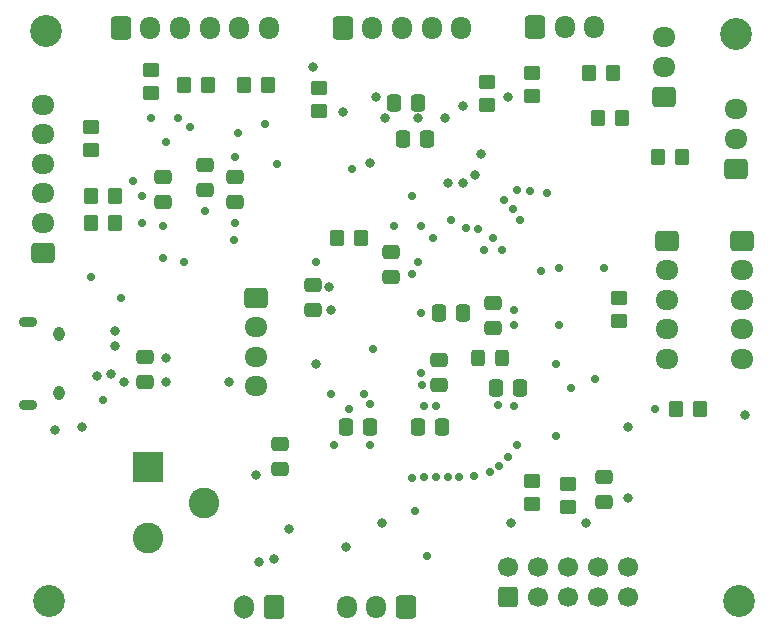
<source format=gbs>
%TF.GenerationSoftware,KiCad,Pcbnew,(6.0.1)*%
%TF.CreationDate,2023-10-20T16:16:52-04:00*%
%TF.ProjectId,MainMicro,4d61696e-4d69-4637-926f-2e6b69636164,rev?*%
%TF.SameCoordinates,Original*%
%TF.FileFunction,Soldermask,Bot*%
%TF.FilePolarity,Negative*%
%FSLAX46Y46*%
G04 Gerber Fmt 4.6, Leading zero omitted, Abs format (unit mm)*
G04 Created by KiCad (PCBNEW (6.0.1)) date 2023-10-20 16:16:52*
%MOMM*%
%LPD*%
G01*
G04 APERTURE LIST*
G04 Aperture macros list*
%AMRoundRect*
0 Rectangle with rounded corners*
0 $1 Rounding radius*
0 $2 $3 $4 $5 $6 $7 $8 $9 X,Y pos of 4 corners*
0 Add a 4 corners polygon primitive as box body*
4,1,4,$2,$3,$4,$5,$6,$7,$8,$9,$2,$3,0*
0 Add four circle primitives for the rounded corners*
1,1,$1+$1,$2,$3*
1,1,$1+$1,$4,$5*
1,1,$1+$1,$6,$7*
1,1,$1+$1,$8,$9*
0 Add four rect primitives between the rounded corners*
20,1,$1+$1,$2,$3,$4,$5,0*
20,1,$1+$1,$4,$5,$6,$7,0*
20,1,$1+$1,$6,$7,$8,$9,0*
20,1,$1+$1,$8,$9,$2,$3,0*%
G04 Aperture macros list end*
%ADD10RoundRect,0.250000X-0.725000X0.600000X-0.725000X-0.600000X0.725000X-0.600000X0.725000X0.600000X0*%
%ADD11O,1.950000X1.700000*%
%ADD12RoundRect,0.250000X0.725000X-0.600000X0.725000X0.600000X-0.725000X0.600000X-0.725000X-0.600000X0*%
%ADD13C,2.700000*%
%ADD14RoundRect,0.250000X-0.600000X-0.725000X0.600000X-0.725000X0.600000X0.725000X-0.600000X0.725000X0*%
%ADD15O,1.700000X1.950000*%
%ADD16RoundRect,0.250000X0.600000X0.750000X-0.600000X0.750000X-0.600000X-0.750000X0.600000X-0.750000X0*%
%ADD17O,1.700000X2.000000*%
%ADD18RoundRect,0.250000X0.600000X-0.600000X0.600000X0.600000X-0.600000X0.600000X-0.600000X-0.600000X0*%
%ADD19C,1.700000*%
%ADD20O,1.550000X0.890000*%
%ADD21O,0.950000X1.250000*%
%ADD22R,2.600000X2.600000*%
%ADD23C,2.600000*%
%ADD24RoundRect,0.250000X0.600000X0.725000X-0.600000X0.725000X-0.600000X-0.725000X0.600000X-0.725000X0*%
%ADD25RoundRect,0.250000X-0.350000X-0.450000X0.350000X-0.450000X0.350000X0.450000X-0.350000X0.450000X0*%
%ADD26RoundRect,0.250000X-0.450000X0.350000X-0.450000X-0.350000X0.450000X-0.350000X0.450000X0.350000X0*%
%ADD27RoundRect,0.250000X-0.325000X-0.450000X0.325000X-0.450000X0.325000X0.450000X-0.325000X0.450000X0*%
%ADD28RoundRect,0.250000X0.450000X-0.350000X0.450000X0.350000X-0.450000X0.350000X-0.450000X-0.350000X0*%
%ADD29RoundRect,0.250000X0.337500X0.475000X-0.337500X0.475000X-0.337500X-0.475000X0.337500X-0.475000X0*%
%ADD30RoundRect,0.250000X0.475000X-0.337500X0.475000X0.337500X-0.475000X0.337500X-0.475000X-0.337500X0*%
%ADD31RoundRect,0.250000X-0.475000X0.337500X-0.475000X-0.337500X0.475000X-0.337500X0.475000X0.337500X0*%
%ADD32RoundRect,0.250000X0.350000X0.450000X-0.350000X0.450000X-0.350000X-0.450000X0.350000X-0.450000X0*%
%ADD33RoundRect,0.250000X-0.337500X-0.475000X0.337500X-0.475000X0.337500X0.475000X-0.337500X0.475000X0*%
%ADD34C,0.800000*%
%ADD35C,0.700000*%
G04 APERTURE END LIST*
D10*
X202992000Y-86868000D03*
D11*
X202992000Y-89368000D03*
X202992000Y-91868000D03*
X202992000Y-94368000D03*
X202992000Y-96868000D03*
D12*
X208788000Y-80772000D03*
D11*
X208788000Y-78272000D03*
X208788000Y-75772000D03*
D13*
X208788000Y-69342000D03*
D12*
X202692000Y-74676000D03*
D11*
X202692000Y-72176000D03*
X202692000Y-69676000D03*
D14*
X191810000Y-68788000D03*
D15*
X194310000Y-68788000D03*
X196810000Y-68788000D03*
D10*
X168148000Y-91694000D03*
D11*
X168148000Y-94194000D03*
X168148000Y-96694000D03*
X168148000Y-99194000D03*
D14*
X156718000Y-68834000D03*
D15*
X159218000Y-68834000D03*
X161718000Y-68834000D03*
X164218000Y-68834000D03*
X166718000Y-68834000D03*
X169218000Y-68834000D03*
D16*
X169652000Y-117902000D03*
D17*
X167152000Y-117902000D03*
D13*
X150622000Y-117348000D03*
D14*
X175514000Y-68834000D03*
D15*
X178014000Y-68834000D03*
X180514000Y-68834000D03*
X183014000Y-68834000D03*
X185514000Y-68834000D03*
D18*
X189495000Y-117065000D03*
D19*
X189495000Y-114525000D03*
X192035000Y-117065000D03*
X192035000Y-114525000D03*
X194575000Y-117065000D03*
X194575000Y-114525000D03*
X197115000Y-117065000D03*
X197115000Y-114525000D03*
X199655000Y-117065000D03*
X199655000Y-114525000D03*
D20*
X148814000Y-100782000D03*
D21*
X151514000Y-94782000D03*
D20*
X148814000Y-93782000D03*
D21*
X151514000Y-99782000D03*
D10*
X209296000Y-86868000D03*
D11*
X209296000Y-89368000D03*
X209296000Y-91868000D03*
X209296000Y-94368000D03*
X209296000Y-96868000D03*
D22*
X159016000Y-106068000D03*
D23*
X159016000Y-112068000D03*
X163716000Y-109068000D03*
D24*
X180848000Y-117902000D03*
D15*
X178348000Y-117902000D03*
X175848000Y-117902000D03*
D13*
X209042000Y-117348000D03*
D12*
X150114000Y-87884000D03*
D11*
X150114000Y-85384000D03*
X150114000Y-82884000D03*
X150114000Y-80384000D03*
X150114000Y-77884000D03*
X150114000Y-75384000D03*
D13*
X150368000Y-69088000D03*
D25*
X203724000Y-101092000D03*
X205724000Y-101092000D03*
D26*
X173482000Y-73930000D03*
X173482000Y-75930000D03*
D27*
X186935000Y-96774000D03*
X188985000Y-96774000D03*
D28*
X154178000Y-79232000D03*
X154178000Y-77232000D03*
D29*
X190543000Y-99314000D03*
X188468000Y-99314000D03*
D30*
X166370000Y-83587500D03*
X166370000Y-81512500D03*
X170180000Y-106193500D03*
X170180000Y-104118500D03*
D28*
X159258000Y-74406000D03*
X159258000Y-72406000D03*
D30*
X179578000Y-89937500D03*
X179578000Y-87862500D03*
D26*
X194564000Y-107458000D03*
X194564000Y-109458000D03*
D28*
X198882000Y-93710000D03*
X198882000Y-91710000D03*
D25*
X175022000Y-86614000D03*
X177022000Y-86614000D03*
D31*
X163830000Y-80496500D03*
X163830000Y-82571500D03*
X158750000Y-96752500D03*
X158750000Y-98827500D03*
D26*
X191516000Y-107204000D03*
X191516000Y-109204000D03*
D30*
X183663500Y-99081500D03*
X183663500Y-97006500D03*
X172974000Y-92731500D03*
X172974000Y-90656500D03*
D32*
X198358000Y-72644000D03*
X196358000Y-72644000D03*
D31*
X188235500Y-92180500D03*
X188235500Y-94255500D03*
D33*
X179810500Y-75184000D03*
X181885500Y-75184000D03*
D25*
X202200000Y-79756000D03*
X204200000Y-79756000D03*
X167148000Y-73660000D03*
X169148000Y-73660000D03*
D33*
X183642000Y-92964000D03*
X185717000Y-92964000D03*
D32*
X156194000Y-83058000D03*
X154194000Y-83058000D03*
X156194000Y-85344000D03*
X154194000Y-85344000D03*
D29*
X177821500Y-102616000D03*
X175746500Y-102616000D03*
X183939000Y-102616000D03*
X181864000Y-102616000D03*
D26*
X187706000Y-73422000D03*
X187706000Y-75422000D03*
D31*
X160274000Y-81512500D03*
X160274000Y-83587500D03*
D26*
X191516000Y-72660000D03*
X191516000Y-74660000D03*
D25*
X162068000Y-73660000D03*
X164068000Y-73660000D03*
D30*
X197612000Y-108987500D03*
X197612000Y-106912500D03*
D25*
X197120000Y-76454000D03*
X199120000Y-76454000D03*
D29*
X182647500Y-78232000D03*
X180572500Y-78232000D03*
D34*
X174349023Y-90826977D03*
X174498000Y-92710000D03*
D35*
X163830000Y-84328000D03*
X160274000Y-85598000D03*
D34*
X178308000Y-74676000D03*
D35*
X160274000Y-88367000D03*
D34*
X168148000Y-106680000D03*
X172974000Y-72136000D03*
X153416000Y-102616000D03*
X160549977Y-96795977D03*
D35*
X166624000Y-77724000D03*
X181864000Y-88646000D03*
D34*
X151130000Y-102870000D03*
X184150000Y-76454000D03*
D35*
X182139500Y-98044000D03*
X166370000Y-79756000D03*
X169926000Y-80367500D03*
D34*
X189738000Y-110744000D03*
D35*
X154178000Y-89916000D03*
D34*
X196088000Y-110744000D03*
D35*
X182393500Y-100838000D03*
D34*
X209550000Y-101600000D03*
D35*
X160528000Y-78486000D03*
D34*
X181864000Y-76454000D03*
X168402000Y-114046000D03*
D35*
X188650000Y-100825000D03*
X174752000Y-104140000D03*
D34*
X199644000Y-102616000D03*
D35*
X168910000Y-76962000D03*
X190013500Y-93980000D03*
D34*
X178816000Y-110744000D03*
D35*
X183409500Y-100838000D03*
X193802000Y-89154000D03*
X156718000Y-91694000D03*
X177800000Y-104140000D03*
X181356000Y-106934000D03*
D34*
X179070000Y-76454000D03*
X177800000Y-80264000D03*
D35*
X181356000Y-89662000D03*
X162052000Y-88646000D03*
X190013500Y-100838000D03*
X190013500Y-92710000D03*
X166370000Y-85344000D03*
D34*
X187198000Y-79502000D03*
D35*
X197612000Y-89154000D03*
D34*
X170942000Y-111252000D03*
D35*
X182139500Y-92964000D03*
X155194000Y-100330000D03*
X166325000Y-86825000D03*
X181610000Y-109728000D03*
X178054000Y-96012000D03*
D34*
X199608000Y-108676000D03*
D35*
X173228000Y-88646000D03*
X182175000Y-99075000D03*
D34*
X156972000Y-98806000D03*
X160528000Y-98806000D03*
D35*
X193802000Y-93980000D03*
X194818000Y-99314000D03*
X193548000Y-103378000D03*
X192278000Y-89408000D03*
D34*
X184404000Y-82008971D03*
D35*
X184658000Y-85090000D03*
D34*
X185674000Y-75438000D03*
D35*
X186944000Y-85852000D03*
D34*
X186690000Y-81280000D03*
D35*
X192786000Y-82804000D03*
X190500000Y-85090000D03*
X189878378Y-84187622D03*
X191375622Y-82690378D03*
X181356000Y-83058000D03*
X182118000Y-85666500D03*
X190246000Y-82550000D03*
X189116378Y-83457971D03*
X179832000Y-85666500D03*
X176276000Y-80772000D03*
X183134000Y-86614000D03*
X174519500Y-99822000D03*
D34*
X165862000Y-98806000D03*
D35*
X177292000Y-99822000D03*
X176022000Y-101092000D03*
X177800000Y-100723500D03*
D34*
X173228000Y-97282000D03*
D35*
X158496000Y-85344000D03*
D34*
X155863312Y-98136688D03*
X156210000Y-95758000D03*
X154686000Y-98298000D03*
X156210000Y-94488000D03*
D35*
X196850000Y-98552000D03*
X201930000Y-101092000D03*
X182626000Y-113538000D03*
X193548000Y-97282000D03*
X188976000Y-87630000D03*
X188214000Y-86614000D03*
X187452000Y-87630000D03*
X158496000Y-83058000D03*
X157734000Y-81788000D03*
X159258000Y-76454000D03*
X161544000Y-76454000D03*
X162560000Y-77216000D03*
X183388000Y-106896500D03*
X184404000Y-106896500D03*
X185303503Y-106896500D03*
X186595128Y-106801628D03*
X187960000Y-106426000D03*
X188722000Y-105918000D03*
X189484000Y-105156000D03*
X190246000Y-104140000D03*
D34*
X189484000Y-74676000D03*
X175514000Y-75946000D03*
X185674000Y-82008971D03*
D35*
X185928000Y-85789500D03*
D34*
X169672000Y-113792000D03*
X175768000Y-112776000D03*
D35*
X182372000Y-106896500D03*
M02*

</source>
